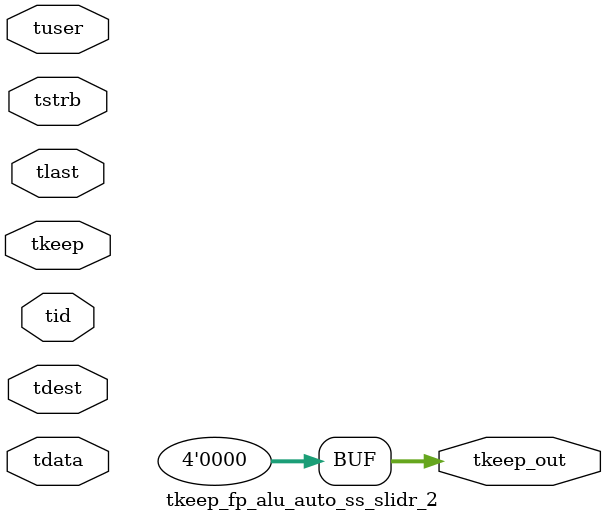
<source format=v>


`timescale 1ps/1ps

module tkeep_fp_alu_auto_ss_slidr_2 #
(
parameter C_S_AXIS_TDATA_WIDTH = 32,
parameter C_S_AXIS_TUSER_WIDTH = 0,
parameter C_S_AXIS_TID_WIDTH   = 0,
parameter C_S_AXIS_TDEST_WIDTH = 0,
parameter C_M_AXIS_TDATA_WIDTH = 32
)
(
input  [(C_S_AXIS_TDATA_WIDTH == 0 ? 1 : C_S_AXIS_TDATA_WIDTH)-1:0     ] tdata,
input  [(C_S_AXIS_TUSER_WIDTH == 0 ? 1 : C_S_AXIS_TUSER_WIDTH)-1:0     ] tuser,
input  [(C_S_AXIS_TID_WIDTH   == 0 ? 1 : C_S_AXIS_TID_WIDTH)-1:0       ] tid,
input  [(C_S_AXIS_TDEST_WIDTH == 0 ? 1 : C_S_AXIS_TDEST_WIDTH)-1:0     ] tdest,
input  [(C_S_AXIS_TDATA_WIDTH/8)-1:0 ] tkeep,
input  [(C_S_AXIS_TDATA_WIDTH/8)-1:0 ] tstrb,
input                                                                    tlast,
output [(C_M_AXIS_TDATA_WIDTH/8)-1:0 ] tkeep_out
);

assign tkeep_out = {1'b0};

endmodule


</source>
